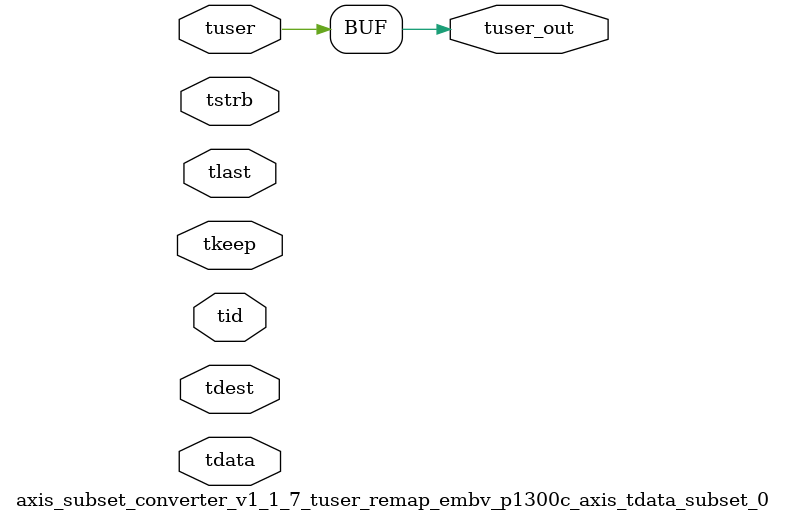
<source format=v>


`timescale 1ps/1ps

module axis_subset_converter_v1_1_7_tuser_remap_embv_p1300c_axis_tdata_subset_0 #
(
parameter C_S_AXIS_TUSER_WIDTH = 1,
parameter C_S_AXIS_TDATA_WIDTH = 32,
parameter C_S_AXIS_TID_WIDTH   = 0,
parameter C_S_AXIS_TDEST_WIDTH = 0,
parameter C_M_AXIS_TUSER_WIDTH = 1
)
(
input  [(C_S_AXIS_TUSER_WIDTH == 0 ? 1 : C_S_AXIS_TUSER_WIDTH)-1:0     ] tuser,
input  [(C_S_AXIS_TDATA_WIDTH == 0 ? 1 : C_S_AXIS_TDATA_WIDTH)-1:0     ] tdata,
input  [(C_S_AXIS_TID_WIDTH   == 0 ? 1 : C_S_AXIS_TID_WIDTH)-1:0       ] tid,
input  [(C_S_AXIS_TDEST_WIDTH == 0 ? 1 : C_S_AXIS_TDEST_WIDTH)-1:0     ] tdest,
input  [(C_S_AXIS_TDATA_WIDTH/8)-1:0 ] tkeep,
input  [(C_S_AXIS_TDATA_WIDTH/8)-1:0 ] tstrb,
input                                                                    tlast,
output [C_M_AXIS_TUSER_WIDTH-1:0] tuser_out
);

assign tuser_out = {tuser[0:0]};

endmodule


</source>
